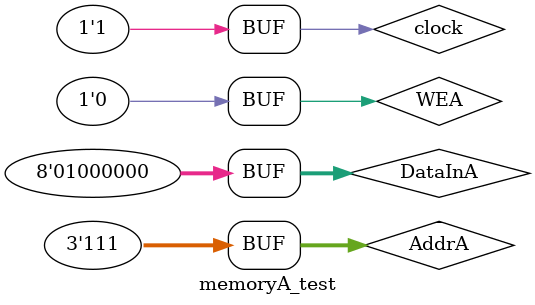
<source format=v>
module memoryA_test;

/* All test fixture outputs are declared as reg statements */
reg [2:0]AddrA;
reg WEA;
reg [7:0]DataInA;
reg clock;

/* All test fixture inputs are declared as wire statements */
wire [7:0]DOut1;

/* Module instantiation */
memoryA uut (.AddrA(AddrA),
             .WEA(WEA),
             .DataInA(DataInA),
             .clock(clock),
             .DOut1(DOut1));

/* Verification vectors here */
initial
begin
    AddrA = 3'b000; WEA = 1; DataInA = 8'b11111111; clock = 0;

                /* Write to the memory */
#5  AddrA = 3'b000; WEA = 1; DataInA = 8'b11111111; clock = 1;
#5                                                  clock = 0;
#5  AddrA = 3'b001; WEA = 1; DataInA = 8'b00000000; clock = 1;
#5                                                  clock = 0;
#5  AddrA = 3'b010; WEA = 1; DataInA = 8'b00000010; clock = 1;
#5                                                  clock = 0;
#5  AddrA = 3'b011; WEA = 1; DataInA = 8'b00000100; clock = 1;
#5                                                  clock = 0;
#5  AddrA = 3'b100; WEA = 1; DataInA = 8'b00001000; clock = 1;
#5                                                  clock = 0;
#5  AddrA = 3'b101; WEA = 1; DataInA = 8'b00010000; clock = 1;
#5                                                  clock = 0;
#5  AddrA = 3'b110; WEA = 1; DataInA = 8'b00100000; clock = 1;
#5                                                  clock = 0;
#5  AddrA = 3'b111; WEA = 1; DataInA = 8'b01000000; clock = 1;
#5                                                  clock = 0;
    /* Read from the memory */
#5  AddrA = 3'b000; WEA = 0; clock = 1;
#5                           clock = 0;
#5  AddrA = 3'b001; WEA = 0; clock = 1;
#5                           clock = 0;
#5  AddrA = 3'b010; WEA = 0; clock = 1;
#5                           clock = 0;
#5  AddrA = 3'b011; WEA = 0; clock = 1;
#5                           clock = 0;
#5  AddrA = 3'b100; WEA = 0; clock = 1;
#5                           clock = 0;
#5  AddrA = 3'b101; WEA = 0; clock = 1;
#5                           clock = 0;
#5  AddrA = 3'b110; WEA = 0; clock = 1;
#5                           clock = 0;
#5  AddrA = 3'b111; WEA = 0; clock = 1;
end

endmodule

</source>
